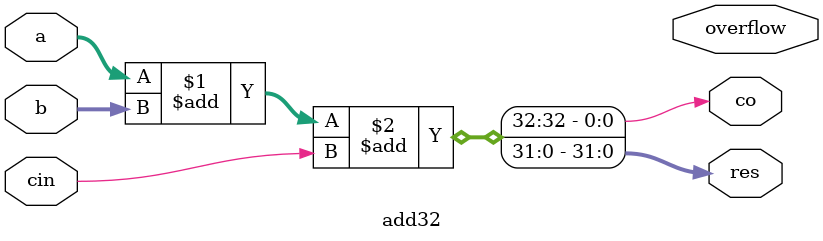
<source format=v>
`timescale 1ns / 1ps
module add32(input [31:0] a,
				 input [31:0] b,
				 input cin,
				 output [31:0] res,
				 output co,
				 output overflow
    );
	assign {co,res} = a+b+cin;

endmodule

</source>
